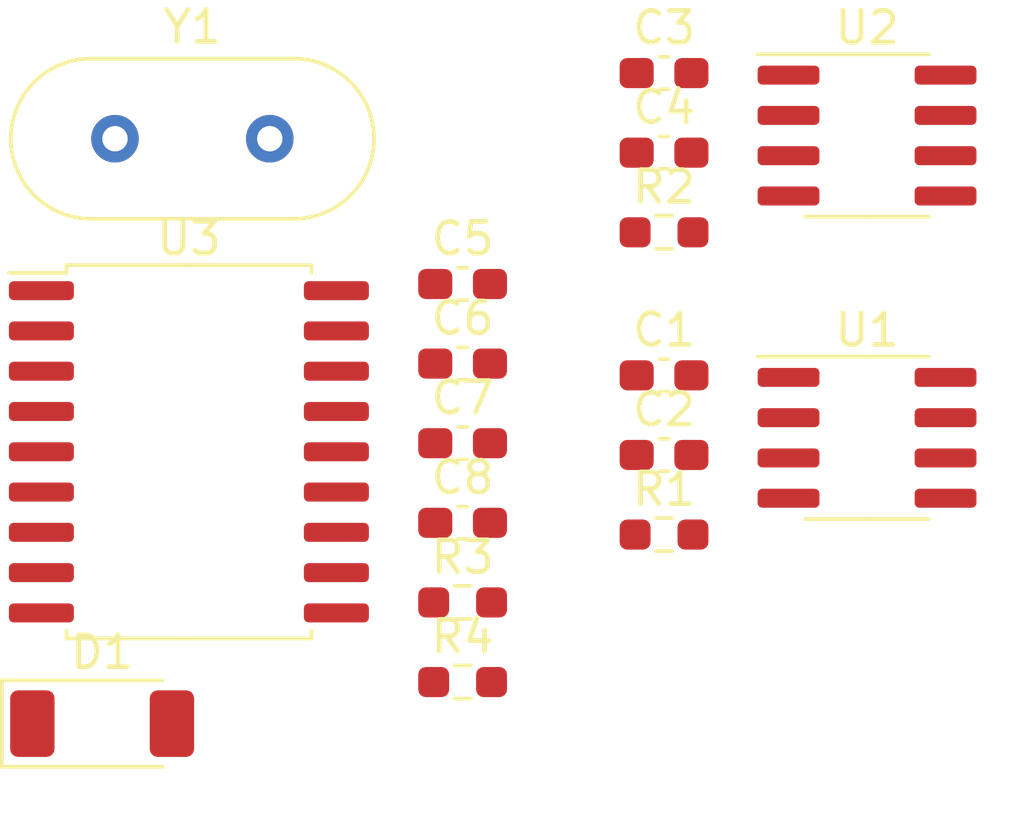
<source format=kicad_pcb>
(kicad_pcb (version 20221018) (generator pcbnew)
  (layers (0 "F.Cu" signal) (31 "B.Cu" signal) (34 "B.Paste" user) (35 "F.Paste" user) (36 "B.SilkS" user "B.Silkscreen") (37 "F.SilkS" user "F.Silkscreen") (38 "B.Mask" user) (39 "F.Mask" user) (44 "Edge.Cuts" user))
  (net 0 "")
  (net 1 "3,3v")
  (net 2 "GND")
  (net 3 "Net-(U3-OSC2)")
  (net 4 "Net-(U3-OSC1)")
  (net 5 "Net-(D1-A)")
  (net 6 "Net-(U1-Rs)")
  (net 7 "Net-(U2-Rs)")
  (net 8 "Net-(U3-~{RESET})")
  (net 9 "/SN65HVD230/D")
  (net 10 "/SN65HVD230/R")
  (net 12 "/SN65HVD230/CANL")
  (net 13 "/SN65HVD230/CANH")
  (net 14 "/SN65HVD231_RASP/D")
  (net 15 "/SN65HVD231_RASP/R")
  (net 17 "/SN65HVD231_RASP/CANL")
  (net 18 "/SN65HVD231_RASP/CANH")
  (net 19 "/MCP2515/TXCAN")
  (net 20 "/MCP2515/RXCAN")
  (net 27 "/MCP2515/GPIO26")
  (net 28 "/MCP2515/GPIO11(SCLK)")
  (net 29 "/MCP2515/GPIO10(MOSI)")
  (net 30 "/MCP2515/GPIO9(MISO)")
  (net 31 "/MCP2515/GPIO22")
  (footprint "Capacitor_SMD:C_0603_1608Metric_Pad1.08x0.95mm_HandSolder" (layer "F.Cu") (at 154.955 84.625)
    (fp_text reference "C7" (at 0 -1.43) (layer "F.SilkS"))
    (fp_text value "0,1uF")
    (fp_line (start -0.146267 -0.51) (end 0.146267 -0.51) (stroke (width 0.12)) (layer "F.SilkS"))
    (fp_line (start -0.146267 0.51) (end 0.146267 0.51) (stroke (width 0.12)) (layer "F.SilkS"))
    (pad "1" smd roundrect (at -0.8625 0) (size 1.075 0.95) (layers "F.Cu" "F.Paste" "F.Mask") (net 1 "3,3v"))
    (pad "2" smd roundrect (at 0.8625 0) (size 1.075 0.95) (layers "F.Cu" "F.Paste" "F.Mask") (net 2 "GND"))
  )
  (footprint "Capacitor_SMD:C_0603_1608Metric_Pad1.08x0.95mm_HandSolder" (layer "F.Cu") (at 161.305 82.485)
    (fp_text reference "C1" (at 0 -1.43) (layer "F.SilkS"))
    (fp_text value "0,1uF")
    (fp_line (start -0.146267 -0.51) (end 0.146267 -0.51) (stroke (width 0.12)) (layer "F.SilkS"))
    (fp_line (start -0.146267 0.51) (end 0.146267 0.51) (stroke (width 0.12)) (layer "F.SilkS"))
    (pad "1" smd roundrect (at -0.8625 0) (size 1.075 0.95) (layers "F.Cu" "F.Paste" "F.Mask") (net 1 "3,3v"))
    (pad "2" smd roundrect (at 0.8625 0) (size 1.075 0.95) (layers "F.Cu" "F.Paste" "F.Mask") (net 2 "GND"))
  )
  (footprint "Resistor_SMD:R_0603_1608Metric_Pad0.98x0.95mm_HandSolder" (layer "F.Cu") (at 154.955 89.645)
    (fp_text reference "R3" (at 0 -1.43) (layer "F.SilkS"))
    (fp_text value "R")
    (fp_line (start -0.254724 -0.5225) (end 0.254724 -0.5225) (stroke (width 0.12)) (layer "F.SilkS"))
    (fp_line (start -0.254724 0.5225) (end 0.254724 0.5225) (stroke (width 0.12)) (layer "F.SilkS"))
    (pad "1" smd roundrect (at -0.9125 0) (size 0.975 0.95) (layers "F.Cu" "F.Paste" "F.Mask") (net 8 "Net-(U3-~{RESET})"))
    (pad "2" smd roundrect (at 0.9125 0) (size 0.975 0.95) (layers "F.Cu" "F.Paste" "F.Mask") (net 5 "Net-(D1-A)"))
  )
  (footprint "Resistor_SMD:R_0603_1608Metric_Pad0.98x0.95mm_HandSolder" (layer "F.Cu") (at 161.305 77.975)
    (fp_text reference "R2" (at 0 -1.43) (layer "F.SilkS"))
    (fp_text value "Rs")
    (fp_line (start -0.254724 -0.5225) (end 0.254724 -0.5225) (stroke (width 0.12)) (layer "F.SilkS"))
    (fp_line (start -0.254724 0.5225) (end 0.254724 0.5225) (stroke (width 0.12)) (layer "F.SilkS"))
    (pad "1" smd roundrect (at -0.9125 0) (size 0.975 0.95) (layers "F.Cu" "F.Paste" "F.Mask") (net 7 "Net-(U2-Rs)"))
    (pad "2" smd roundrect (at 0.9125 0) (size 0.975 0.95) (layers "F.Cu" "F.Paste" "F.Mask") (net 2 "GND"))
  )
  (footprint "Capacitor_SMD:C_0603_1608Metric_Pad1.08x0.95mm_HandSolder" (layer "F.Cu") (at 161.305 84.995)
    (fp_text reference "C2" (at 0 -1.43) (layer "F.SilkS"))
    (fp_text value "2,2uF")
    (fp_line (start -0.146267 -0.51) (end 0.146267 -0.51) (stroke (width 0.12)) (layer "F.SilkS"))
    (fp_line (start -0.146267 0.51) (end 0.146267 0.51) (stroke (width 0.12)) (layer "F.SilkS"))
    (pad "1" smd roundrect (at -0.8625 0) (size 1.075 0.95) (layers "F.Cu" "F.Paste" "F.Mask") (net 1 "3,3v"))
    (pad "2" smd roundrect (at 0.8625 0) (size 1.075 0.95) (layers "F.Cu" "F.Paste" "F.Mask") (net 2 "GND"))
  )
  (footprint "Capacitor_SMD:C_0603_1608Metric_Pad1.08x0.95mm_HandSolder" (layer "F.Cu") (at 154.955 82.115)
    (fp_text reference "C6" (at 0 -1.43) (layer "F.SilkS"))
    (fp_text value "22pF")
    (fp_line (start -0.146267 -0.51) (end 0.146267 -0.51) (stroke (width 0.12)) (layer "F.SilkS"))
    (fp_line (start -0.146267 0.51) (end 0.146267 0.51) (stroke (width 0.12)) (layer "F.SilkS"))
    (pad "1" smd roundrect (at -0.8625 0) (size 1.075 0.95) (layers "F.Cu" "F.Paste" "F.Mask") (net 4 "Net-(U3-OSC1)"))
    (pad "2" smd roundrect (at 0.8625 0) (size 1.075 0.95) (layers "F.Cu" "F.Paste" "F.Mask") (net 2 "GND"))
  )
  (footprint "Capacitor_SMD:C_0603_1608Metric_Pad1.08x0.95mm_HandSolder" (layer "F.Cu") (at 161.305 75.465)
    (fp_text reference "C4" (at 0 -1.43) (layer "F.SilkS"))
    (fp_text value "2,2uF")
    (fp_line (start -0.146267 -0.51) (end 0.146267 -0.51) (stroke (width 0.12)) (layer "F.SilkS"))
    (fp_line (start -0.146267 0.51) (end 0.146267 0.51) (stroke (width 0.12)) (layer "F.SilkS"))
    (pad "1" smd roundrect (at -0.8625 0) (size 1.075 0.95) (layers "F.Cu" "F.Paste" "F.Mask") (net 1 "3,3v"))
    (pad "2" smd roundrect (at 0.8625 0) (size 1.075 0.95) (layers "F.Cu" "F.Paste" "F.Mask") (net 2 "GND"))
  )
  (footprint "Capacitor_SMD:C_0603_1608Metric_Pad1.08x0.95mm_HandSolder" (layer "F.Cu") (at 154.955 79.605)
    (fp_text reference "C5" (at 0 -1.43) (layer "F.SilkS"))
    (fp_text value "22pF")
    (fp_line (start -0.146267 -0.51) (end 0.146267 -0.51) (stroke (width 0.12)) (layer "F.SilkS"))
    (fp_line (start -0.146267 0.51) (end 0.146267 0.51) (stroke (width 0.12)) (layer "F.SilkS"))
    (pad "1" smd roundrect (at -0.8625 0) (size 1.075 0.95) (layers "F.Cu" "F.Paste" "F.Mask") (net 3 "Net-(U3-OSC2)"))
    (pad "2" smd roundrect (at 0.8625 0) (size 1.075 0.95) (layers "F.Cu" "F.Paste" "F.Mask") (net 2 "GND"))
  )
  (footprint "Diode_SMD:D_SOD-128" (layer "F.Cu") (at 143.59 93.465)
    (fp_text reference "D1" (at 0 -2.25) (layer "F.SilkS"))
    (fp_text value "D")
    (fp_line (start -3.16 -1.36) (end -3.16 1.36) (stroke (width 0.12)) (layer "F.SilkS"))
    (fp_line (start -3.16 -1.36) (end 1.9 -1.36) (stroke (width 0.12)) (layer "F.SilkS"))
    (fp_line (start -3.16 1.36) (end 1.9 1.36) (stroke (width 0.12)) (layer "F.SilkS"))
    (pad "1" smd roundrect (at -2.2 0) (size 1.4 2.1) (layers "F.Cu" "F.Paste" "F.Mask") (roundrect_rratio 0.1785714286) (net 1 "3,3v"))
    (pad "2" smd roundrect (at 2.2 0) (size 1.4 2.1) (layers "F.Cu" "F.Paste" "F.Mask") (roundrect_rratio 0.1785714286) (net 5 "Net-(D1-A)"))
  )
  (footprint "Package_SO:SOIC-8_3.9x4.9mm_P1.27mm" (layer "F.Cu") (at 167.705 84.455)
    (fp_text reference "U1" (at 0 -3.4) (layer "F.SilkS"))
    (fp_text value "SN65HVD230")
    (fp_line (start 0 -2.56) (end -3.45 -2.56) (stroke (width 0.12)) (layer "F.SilkS"))
    (fp_line (start 0 -2.56) (end 1.95 -2.56) (stroke (width 0.12)) (layer "F.SilkS"))
    (fp_line (start 0 2.56) (end -1.95 2.56) (stroke (width 0.12)) (layer "F.SilkS"))
    (fp_line (start 0 2.56) (end 1.95 2.56) (stroke (width 0.12)) (layer "F.SilkS"))
    (pad "1" smd roundrect (at -2.475 -1.905) (size 1.95 0.6) (layers "F.Cu" "F.Paste" "F.Mask") (net 9 "/SN65HVD230/D"))
    (pad "2" smd roundrect (at -2.475 -0.635) (size 1.95 0.6) (layers "F.Cu" "F.Paste" "F.Mask") (net 2 "GND"))
    (pad "3" smd roundrect (at -2.475 0.635) (size 1.95 0.6) (layers "F.Cu" "F.Paste" "F.Mask") (net 1 "3,3v"))
    (pad "4" smd roundrect (at -2.475 1.905) (size 1.95 0.6) (layers "F.Cu" "F.Paste" "F.Mask") (net 10 "/SN65HVD230/R"))
    (pad "5" smd roundrect (at 2.475 1.905) (size 1.95 0.6) (layers "F.Cu" "F.Paste" "F.Mask"))
    (pad "6" smd roundrect (at 2.475 0.635) (size 1.95 0.6) (layers "F.Cu" "F.Paste" "F.Mask") (net 12 "/SN65HVD230/CANL"))
    (pad "7" smd roundrect (at 2.475 -0.635) (size 1.95 0.6) (layers "F.Cu" "F.Paste" "F.Mask") (net 13 "/SN65HVD230/CANH"))
    (pad "8" smd roundrect (at 2.475 -1.905) (size 1.95 0.6) (layers "F.Cu" "F.Paste" "F.Mask") (net 6 "Net-(U1-Rs)"))
  )
  (footprint "Crystal:Crystal_HC49-4H_Vertical" (layer "F.Cu") (at 143.995 75.025)
    (fp_text reference "Y1" (at 2.44 -3.525) (layer "F.SilkS"))
    (fp_text value "Crystal")
    (fp_line (start -0.76 -2.525) (end 5.64 -2.525) (stroke (width 0.12)) (layer "F.SilkS"))
    (fp_line (start -0.76 2.525) (end 5.64 2.525) (stroke (width 0.12)) (layer "F.SilkS"))
    (fp_arc (start -0.76 2.525) (mid -3.285 0) (end -0.76 -2.525) (stroke (width 0.12)) (layer "F.SilkS"))
    (fp_arc (start 5.64 -2.525) (mid 8.165 0) (end 5.64 2.525) (stroke (width 0.12)) (layer "F.SilkS"))
    (pad "1" thru_hole circle (at 0 0) (size 1.5 1.5) (drill 0.8) (layers "*.Cu" "*.Mask") (net 3 "Net-(U3-OSC2)"))
    (pad "2" thru_hole circle (at 4.88 0) (size 1.5 1.5) (drill 0.8) (layers "*.Cu" "*.Mask") (net 4 "Net-(U3-OSC1)"))
  )
  (footprint "Package_SO:SOIC-18W_7.5x11.6mm_P1.27mm" (layer "F.Cu") (at 146.325 84.895)
    (fp_text reference "U3" (at 0 -6.72) (layer "F.SilkS"))
    (fp_text value "MCP2515-xSO")
    (fp_line (start -3.86 -5.885) (end -3.86 -5.64) (stroke (width 0.12)) (layer "F.SilkS"))
    (fp_line (start -3.86 -5.64) (end -5.675 -5.64) (stroke (width 0.12)) (layer "F.SilkS"))
    (fp_line (start -3.86 5.885) (end -3.86 5.64) (stroke (width 0.12)) (layer "F.SilkS"))
    (fp_line (start 0 -5.885) (end -3.86 -5.885) (stroke (width 0.12)) (layer "F.SilkS"))
    (fp_line (start 0 -5.885) (end 3.86 -5.885) (stroke (width 0.12)) (layer "F.SilkS"))
    (fp_line (start 0 5.885) (end -3.86 5.885) (stroke (width 0.12)) (layer "F.SilkS"))
    (fp_line (start 0 5.885) (end 3.86 5.885) (stroke (width 0.12)) (layer "F.SilkS"))
    (fp_line (start 3.86 -5.885) (end 3.86 -5.64) (stroke (width 0.12)) (layer "F.SilkS"))
    (fp_line (start 3.86 5.885) (end 3.86 5.64) (stroke (width 0.12)) (layer "F.SilkS"))
    (pad "1" smd roundrect (at -4.65 -5.08) (size 2.05 0.6) (layers "F.Cu" "F.Paste" "F.Mask") (net 19 "/MCP2515/TXCAN"))
    (pad "2" smd roundrect (at -4.65 -3.81) (size 2.05 0.6) (layers "F.Cu" "F.Paste" "F.Mask") (net 20 "/MCP2515/RXCAN"))
    (pad "3" smd roundrect (at -4.65 -2.54) (size 2.05 0.6) (layers "F.Cu" "F.Paste" "F.Mask"))
    (pad "4" smd roundrect (at -4.65 -1.27) (size 2.05 0.6) (layers "F.Cu" "F.Paste" "F.Mask"))
    (pad "5" smd roundrect (at -4.65 0) (size 2.05 0.6) (layers "F.Cu" "F.Paste" "F.Mask"))
    (pad "6" smd roundrect (at -4.65 1.27) (size 2.05 0.6) (layers "F.Cu" "F.Paste" "F.Mask"))
    (pad "7" smd roundrect (at -4.65 2.54) (size 2.05 0.6) (layers "F.Cu" "F.Paste" "F.Mask") (net 3 "Net-(U3-OSC2)"))
    (pad "8" smd roundrect (at -4.65 3.81) (size 2.05 0.6) (layers "F.Cu" "F.Paste" "F.Mask") (net 4 "Net-(U3-OSC1)"))
    (pad "9" smd roundrect (at -4.65 5.08) (size 2.05 0.6) (layers "F.Cu" "F.Paste" "F.Mask") (net 2 "GND"))
    (pad "10" smd roundrect (at 4.65 5.08) (size 2.05 0.6) (layers "F.Cu" "F.Paste" "F.Mask"))
    (pad "11" smd roundrect (at 4.65 3.81) (size 2.05 0.6) (layers "F.Cu" "F.Paste" "F.Mask"))
    (pad "12" smd roundrect (at 4.65 2.54) (size 2.05 0.6) (layers "F.Cu" "F.Paste" "F.Mask") (net 27 "/MCP2515/GPIO26"))
    (pad "13" smd roundrect (at 4.65 1.27) (size 2.05 0.6) (layers "F.Cu" "F.Paste" "F.Mask") (net 28 "/MCP2515/GPIO11(SCLK)"))
    (pad "14" smd roundrect (at 4.65 0) (size 2.05 0.6) (layers "F.Cu" "F.Paste" "F.Mask") (net 29 "/MCP2515/GPIO10(MOSI)"))
    (pad "15" smd roundrect (at 4.65 -1.27) (size 2.05 0.6) (layers "F.Cu" "F.Paste" "F.Mask") (net 30 "/MCP2515/GPIO9(MISO)"))
    (pad "16" smd roundrect (at 4.65 -2.54) (size 2.05 0.6) (layers "F.Cu" "F.Paste" "F.Mask") (net 31 "/MCP2515/GPIO22"))
    (pad "17" smd roundrect (at 4.65 -3.81) (size 2.05 0.6) (layers "F.Cu" "F.Paste" "F.Mask") (net 8 "Net-(U3-~{RESET})"))
    (pad "18" smd roundrect (at 4.65 -5.08) (size 2.05 0.6) (layers "F.Cu" "F.Paste" "F.Mask") (net 1 "3,3v"))
  )
  (footprint "Resistor_SMD:R_0603_1608Metric_Pad0.98x0.95mm_HandSolder" (layer "F.Cu") (at 154.955 92.155)
    (fp_text reference "R4" (at 0 -1.43) (layer "F.SilkS"))
    (fp_text value "R")
    (fp_line (start -0.254724 -0.5225) (end 0.254724 -0.5225) (stroke (width 0.12)) (layer "F.SilkS"))
    (fp_line (start -0.254724 0.5225) (end 0.254724 0.5225) (stroke (width 0.12)) (layer "F.SilkS"))
    (pad "1" smd roundrect (at -0.9125 0) (size 0.975 0.95) (layers "F.Cu" "F.Paste" "F.Mask") (net 1 "3,3v"))
    (pad "2" smd roundrect (at 0.9125 0) (size 0.975 0.95) (layers "F.Cu" "F.Paste" "F.Mask") (net 5 "Net-(D1-A)"))
  )
  (footprint "Capacitor_SMD:C_0603_1608Metric_Pad1.08x0.95mm_HandSolder" (layer "F.Cu") (at 154.955 87.135)
    (fp_text reference "C8" (at 0 -1.43) (layer "F.SilkS"))
    (fp_text value "C")
    (fp_line (start -0.146267 -0.51) (end 0.146267 -0.51) (stroke (width 0.12)) (layer "F.SilkS"))
    (fp_line (start -0.146267 0.51) (end 0.146267 0.51) (stroke (width 0.12)) (layer "F.SilkS"))
    (pad "1" smd roundrect (at -0.8625 0) (size 1.075 0.95) (layers "F.Cu" "F.Paste" "F.Mask") (net 5 "Net-(D1-A)"))
    (pad "2" smd roundrect (at 0.8625 0) (size 1.075 0.95) (layers "F.Cu" "F.Paste" "F.Mask") (net 2 "GND"))
  )
  (footprint "Package_SO:SOIC-8_3.9x4.9mm_P1.27mm" (layer "F.Cu") (at 167.705 74.925)
    (fp_text reference "U2" (at 0 -3.4) (layer "F.SilkS"))
    (fp_text value "SN65HVD230")
    (fp_line (start 0 -2.56) (end -3.45 -2.56) (stroke (width 0.12)) (layer "F.SilkS"))
    (fp_line (start 0 -2.56) (end 1.95 -2.56) (stroke (width 0.12)) (layer "F.SilkS"))
    (fp_line (start 0 2.56) (end -1.95 2.56) (stroke (width 0.12)) (layer "F.SilkS"))
    (fp_line (start 0 2.56) (end 1.95 2.56) (stroke (width 0.12)) (layer "F.SilkS"))
    (pad "1" smd roundrect (at -2.475 -1.905) (size 1.95 0.6) (layers "F.Cu" "F.Paste" "F.Mask") (net 14 "/SN65HVD231_RASP/D"))
    (pad "2" smd roundrect (at -2.475 -0.635) (size 1.95 0.6) (layers "F.Cu" "F.Paste" "F.Mask") (net 2 "GND"))
    (pad "3" smd roundrect (at -2.475 0.635) (size 1.95 0.6) (layers "F.Cu" "F.Paste" "F.Mask") (net 1 "3,3v"))
    (pad "4" smd roundrect (at -2.475 1.905) (size 1.95 0.6) (layers "F.Cu" "F.Paste" "F.Mask") (net 15 "/SN65HVD231_RASP/R"))
    (pad "5" smd roundrect (at 2.475 1.905) (size 1.95 0.6) (layers "F.Cu" "F.Paste" "F.Mask"))
    (pad "6" smd roundrect (at 2.475 0.635) (size 1.95 0.6) (layers "F.Cu" "F.Paste" "F.Mask") (net 17 "/SN65HVD231_RASP/CANL"))
    (pad "7" smd roundrect (at 2.475 -0.635) (size 1.95 0.6) (layers "F.Cu" "F.Paste" "F.Mask") (net 18 "/SN65HVD231_RASP/CANH"))
    (pad "8" smd roundrect (at 2.475 -1.905) (size 1.95 0.6) (layers "F.Cu" "F.Paste" "F.Mask") (net 7 "Net-(U2-Rs)"))
  )
  (footprint "Resistor_SMD:R_0603_1608Metric_Pad0.98x0.95mm_HandSolder" (layer "F.Cu") (at 161.305 87.505)
    (fp_text reference "R1" (at 0 -1.43) (layer "F.SilkS"))
    (fp_text value "Rs")
    (fp_line (start -0.254724 -0.5225) (end 0.254724 -0.5225) (stroke (width 0.12)) (layer "F.SilkS"))
    (fp_line (start -0.254724 0.5225) (end 0.254724 0.5225) (stroke (width 0.12)) (layer "F.SilkS"))
    (pad "1" smd roundrect (at -0.9125 0) (size 0.975 0.95) (layers "F.Cu" "F.Paste" "F.Mask") (net 6 "Net-(U1-Rs)"))
    (pad "2" smd roundrect (at 0.9125 0) (size 0.975 0.95) (layers "F.Cu" "F.Paste" "F.Mask") (net 2 "GND"))
  )
  (footprint "Capacitor_SMD:C_0603_1608Metric_Pad1.08x0.95mm_HandSolder" (layer "F.Cu") (at 161.305 72.955)
    (fp_text reference "C3" (at 0 -1.43) (layer "F.SilkS"))
    (fp_text value "0,1uF")
    (fp_line (start -0.146267 -0.51) (end 0.146267 -0.51) (stroke (width 0.12)) (layer "F.SilkS"))
    (fp_line (start -0.146267 0.51) (end 0.146267 0.51) (stroke (width 0.12)) (layer "F.SilkS"))
    (pad "1" smd roundrect (at -0.8625 0) (size 1.075 0.95) (layers "F.Cu" "F.Paste" "F.Mask") (net 1 "3,3v"))
    (pad "2" smd roundrect (at 0.8625 0) (size 1.075 0.95) (layers "F.Cu" "F.Paste" "F.Mask") (net 2 "GND"))
  )
)
</source>
